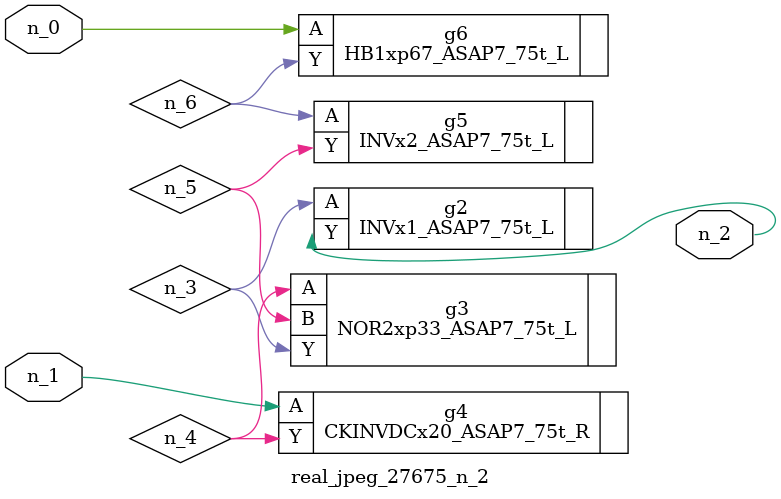
<source format=v>
module real_jpeg_27675_n_2 (n_1, n_0, n_2);

input n_1;
input n_0;

output n_2;

wire n_5;
wire n_4;
wire n_6;
wire n_3;

HB1xp67_ASAP7_75t_L g6 ( 
.A(n_0),
.Y(n_6)
);

CKINVDCx20_ASAP7_75t_R g4 ( 
.A(n_1),
.Y(n_4)
);

INVx1_ASAP7_75t_L g2 ( 
.A(n_3),
.Y(n_2)
);

NOR2xp33_ASAP7_75t_L g3 ( 
.A(n_4),
.B(n_5),
.Y(n_3)
);

INVx2_ASAP7_75t_L g5 ( 
.A(n_6),
.Y(n_5)
);


endmodule
</source>
